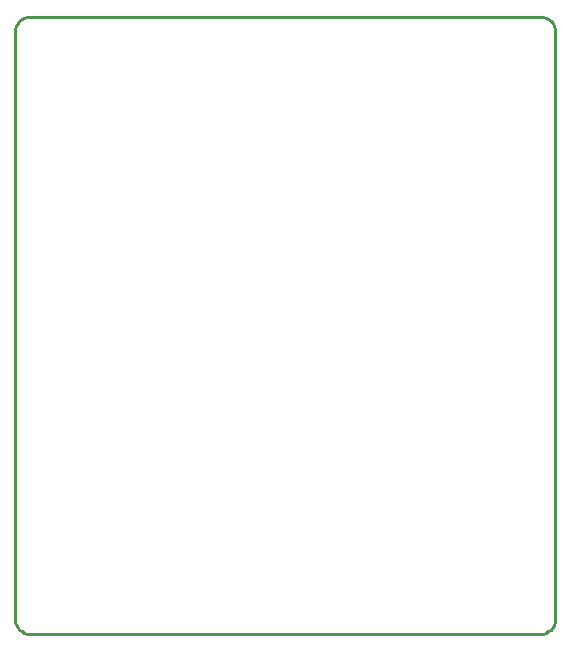
<source format=gm1>
G04*
G04 #@! TF.GenerationSoftware,Altium Limited,Altium Designer,21.0.8 (223)*
G04*
G04 Layer_Color=16711935*
%FSLAX25Y25*%
%MOIN*%
G70*
G04*
G04 #@! TF.SameCoordinates,E8E4A7BE-DB6F-4252-8793-17DB4AC6D9EE*
G04*
G04*
G04 #@! TF.FilePolarity,Positive*
G04*
G01*
G75*
%ADD11C,0.00984*%
D11*
X-90000Y-35000D02*
X-89904Y-35976D01*
X-89619Y-36913D01*
X-89157Y-37778D01*
X-88535Y-38535D01*
X-87778Y-39157D01*
X-86913Y-39619D01*
X-85975Y-39904D01*
X-85000Y-40000D01*
X85000D02*
X85975Y-39904D01*
X86913Y-39619D01*
X87778Y-39157D01*
X88535Y-38535D01*
X89157Y-37778D01*
X89619Y-36913D01*
X89904Y-35976D01*
X90000Y-35000D01*
X-85000Y165748D02*
X-85975Y165652D01*
X-86913Y165367D01*
X-87778Y164905D01*
X-88535Y164284D01*
X-89157Y163526D01*
X-89619Y162662D01*
X-89904Y161723D01*
X-90000Y160748D01*
X90000D02*
X89904Y161723D01*
X89619Y162662D01*
X89157Y163526D01*
X88535Y164284D01*
X87778Y164905D01*
X86913Y165367D01*
X85975Y165652D01*
X85000Y165748D01*
X-85000Y-40000D02*
X85000D01*
X90000Y-35000D02*
Y145000D01*
X-90000D02*
Y160748D01*
X90000Y143715D02*
Y160748D01*
X-85000Y165748D02*
X85000Y165748D01*
X-90000Y-35000D02*
Y145000D01*
M02*

</source>
